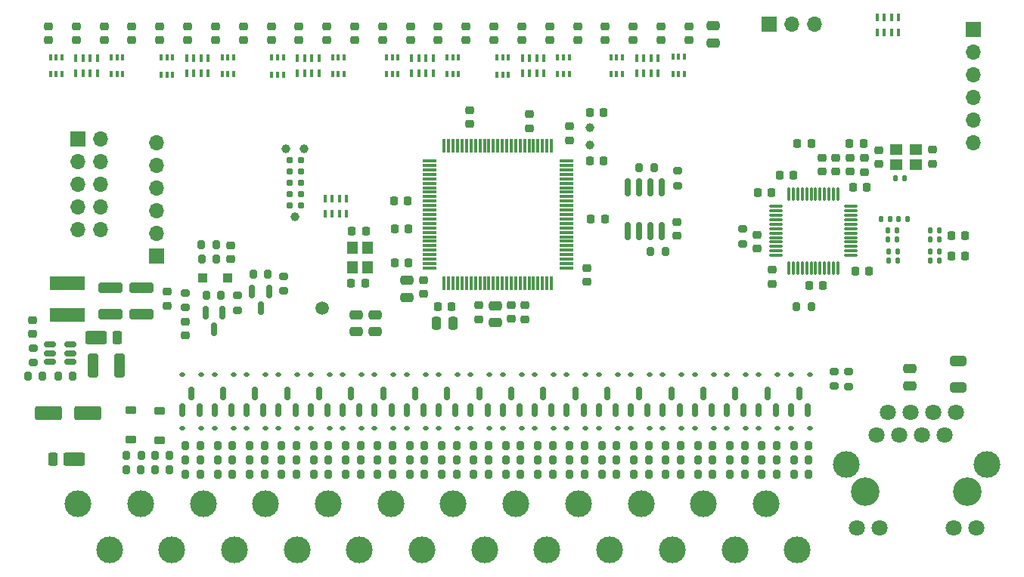
<source format=gbr>
%TF.GenerationSoftware,KiCad,Pcbnew,7.0.6-rc1-28-g32930319ea*%
%TF.CreationDate,2023-06-30T09:32:51+03:00*%
%TF.ProjectId,serial_io_expander,73657269-616c-45f6-996f-5f657870616e,rev?*%
%TF.SameCoordinates,Original*%
%TF.FileFunction,Soldermask,Top*%
%TF.FilePolarity,Negative*%
%FSLAX46Y46*%
G04 Gerber Fmt 4.6, Leading zero omitted, Abs format (unit mm)*
G04 Created by KiCad (PCBNEW 7.0.6-rc1-28-g32930319ea) date 2023-06-30 09:32:51*
%MOMM*%
%LPD*%
G01*
G04 APERTURE LIST*
G04 Aperture macros list*
%AMRoundRect*
0 Rectangle with rounded corners*
0 $1 Rounding radius*
0 $2 $3 $4 $5 $6 $7 $8 $9 X,Y pos of 4 corners*
0 Add a 4 corners polygon primitive as box body*
4,1,4,$2,$3,$4,$5,$6,$7,$8,$9,$2,$3,0*
0 Add four circle primitives for the rounded corners*
1,1,$1+$1,$2,$3*
1,1,$1+$1,$4,$5*
1,1,$1+$1,$6,$7*
1,1,$1+$1,$8,$9*
0 Add four rect primitives between the rounded corners*
20,1,$1+$1,$2,$3,$4,$5,0*
20,1,$1+$1,$4,$5,$6,$7,0*
20,1,$1+$1,$6,$7,$8,$9,0*
20,1,$1+$1,$8,$9,$2,$3,0*%
G04 Aperture macros list end*
%ADD10RoundRect,0.200000X-0.275000X0.200000X-0.275000X-0.200000X0.275000X-0.200000X0.275000X0.200000X0*%
%ADD11RoundRect,0.200000X0.200000X0.275000X-0.200000X0.275000X-0.200000X-0.275000X0.200000X-0.275000X0*%
%ADD12RoundRect,0.218750X0.256250X-0.218750X0.256250X0.218750X-0.256250X0.218750X-0.256250X-0.218750X0*%
%ADD13R,1.400000X1.200000*%
%ADD14RoundRect,0.135000X-0.135000X-0.185000X0.135000X-0.185000X0.135000X0.185000X-0.135000X0.185000X0*%
%ADD15RoundRect,0.225000X0.225000X0.250000X-0.225000X0.250000X-0.225000X-0.250000X0.225000X-0.250000X0*%
%ADD16RoundRect,0.112500X-0.187500X-0.112500X0.187500X-0.112500X0.187500X0.112500X-0.187500X0.112500X0*%
%ADD17RoundRect,0.150000X-0.150000X0.825000X-0.150000X-0.825000X0.150000X-0.825000X0.150000X0.825000X0*%
%ADD18RoundRect,0.225000X0.250000X-0.225000X0.250000X0.225000X-0.250000X0.225000X-0.250000X-0.225000X0*%
%ADD19R,0.400000X0.650000*%
%ADD20RoundRect,0.150000X0.150000X-0.587500X0.150000X0.587500X-0.150000X0.587500X-0.150000X-0.587500X0*%
%ADD21RoundRect,0.225000X-0.225000X-0.250000X0.225000X-0.250000X0.225000X0.250000X-0.225000X0.250000X0*%
%ADD22RoundRect,0.200000X-0.200000X-0.275000X0.200000X-0.275000X0.200000X0.275000X-0.200000X0.275000X0*%
%ADD23RoundRect,0.250000X0.650000X-0.325000X0.650000X0.325000X-0.650000X0.325000X-0.650000X-0.325000X0*%
%ADD24C,3.200000*%
%ADD25C,1.800000*%
%ADD26C,3.000000*%
%ADD27RoundRect,0.135000X0.135000X0.185000X-0.135000X0.185000X-0.135000X-0.185000X0.135000X-0.185000X0*%
%ADD28RoundRect,0.225000X0.375000X-0.225000X0.375000X0.225000X-0.375000X0.225000X-0.375000X-0.225000X0*%
%ADD29R,0.400000X0.900000*%
%ADD30RoundRect,0.250000X-0.475000X0.250000X-0.475000X-0.250000X0.475000X-0.250000X0.475000X0.250000X0*%
%ADD31RoundRect,0.225000X-0.250000X0.225000X-0.250000X-0.225000X0.250000X-0.225000X0.250000X0.225000X0*%
%ADD32RoundRect,0.250000X-0.950000X-0.500000X0.950000X-0.500000X0.950000X0.500000X-0.950000X0.500000X0*%
%ADD33RoundRect,0.250000X-0.275000X-0.500000X0.275000X-0.500000X0.275000X0.500000X-0.275000X0.500000X0*%
%ADD34R,1.700000X1.700000*%
%ADD35O,1.700000X1.700000*%
%ADD36RoundRect,0.250000X0.950000X0.500000X-0.950000X0.500000X-0.950000X-0.500000X0.950000X-0.500000X0*%
%ADD37RoundRect,0.250000X0.275000X0.500000X-0.275000X0.500000X-0.275000X-0.500000X0.275000X-0.500000X0*%
%ADD38RoundRect,0.200000X0.275000X-0.200000X0.275000X0.200000X-0.275000X0.200000X-0.275000X-0.200000X0*%
%ADD39RoundRect,0.250000X-1.100000X0.325000X-1.100000X-0.325000X1.100000X-0.325000X1.100000X0.325000X0*%
%ADD40RoundRect,0.218750X0.218750X0.256250X-0.218750X0.256250X-0.218750X-0.256250X0.218750X-0.256250X0*%
%ADD41RoundRect,0.250000X-0.300000X-0.300000X0.300000X-0.300000X0.300000X0.300000X-0.300000X0.300000X0*%
%ADD42RoundRect,0.250000X0.475000X-0.250000X0.475000X0.250000X-0.475000X0.250000X-0.475000X-0.250000X0*%
%ADD43RoundRect,0.250000X1.250000X0.550000X-1.250000X0.550000X-1.250000X-0.550000X1.250000X-0.550000X0*%
%ADD44RoundRect,0.150000X-0.150000X0.587500X-0.150000X-0.587500X0.150000X-0.587500X0.150000X0.587500X0*%
%ADD45R,1.200000X1.400000*%
%ADD46C,1.500000*%
%ADD47RoundRect,0.250000X-0.325000X-1.100000X0.325000X-1.100000X0.325000X1.100000X-0.325000X1.100000X0*%
%ADD48RoundRect,0.075000X0.075000X-0.725000X0.075000X0.725000X-0.075000X0.725000X-0.075000X-0.725000X0*%
%ADD49RoundRect,0.075000X0.725000X-0.075000X0.725000X0.075000X-0.725000X0.075000X-0.725000X-0.075000X0*%
%ADD50R,4.000000X1.500000*%
%ADD51C,0.990600*%
%ADD52C,0.787400*%
%ADD53C,1.000000*%
%ADD54RoundRect,0.075000X0.662500X0.075000X-0.662500X0.075000X-0.662500X-0.075000X0.662500X-0.075000X0*%
%ADD55RoundRect,0.075000X0.075000X0.662500X-0.075000X0.662500X-0.075000X-0.662500X0.075000X-0.662500X0*%
%ADD56RoundRect,0.250000X-0.250000X-0.475000X0.250000X-0.475000X0.250000X0.475000X-0.250000X0.475000X0*%
%ADD57RoundRect,0.150000X-0.512500X-0.150000X0.512500X-0.150000X0.512500X0.150000X-0.512500X0.150000X0*%
G04 APERTURE END LIST*
D10*
%TO.C,R5*%
X140390000Y-90825000D03*
X140390000Y-92475000D03*
%TD*%
D11*
%TO.C,R58*%
X155100000Y-123200000D03*
X153450000Y-123200000D03*
%TD*%
D12*
%TO.C,D65*%
X122980736Y-76175000D03*
X122980736Y-74600000D03*
%TD*%
D13*
%TO.C,Y3*%
X167076250Y-88408750D03*
X164876250Y-88408750D03*
X164876250Y-90108750D03*
X167076250Y-90108750D03*
%TD*%
D11*
%TO.C,R61*%
X137178940Y-123200000D03*
X135528940Y-123200000D03*
%TD*%
D14*
%TO.C,R79*%
X164841250Y-91608750D03*
X165861250Y-91608750D03*
%TD*%
D15*
%TO.C,C16*%
X110305000Y-97340000D03*
X108755000Y-97340000D03*
%TD*%
D11*
%TO.C,R34*%
X151515780Y-123200000D03*
X149865780Y-123200000D03*
%TD*%
D16*
%TO.C,D43*%
X145936570Y-119700000D03*
X148036570Y-119700000D03*
%TD*%
D17*
%TO.C,U3*%
X138660000Y-92625000D03*
X137390000Y-92625000D03*
X136120000Y-92625000D03*
X134850000Y-92625000D03*
X134850000Y-97575000D03*
X136120000Y-97575000D03*
X137390000Y-97575000D03*
X138660000Y-97575000D03*
%TD*%
D18*
%TO.C,C8*%
X68200000Y-109075000D03*
X68200000Y-107525000D03*
%TD*%
D19*
%TO.C,Q25*%
X89425000Y-79950000D03*
X90075000Y-79950000D03*
X90725000Y-79950000D03*
X90725000Y-78050000D03*
X90075000Y-78050000D03*
X89425000Y-78050000D03*
%TD*%
D20*
%TO.C,Q7*%
X99341840Y-117639500D03*
X101241840Y-117639500D03*
X100291840Y-115764500D03*
%TD*%
D11*
%TO.C,R43*%
X119257890Y-123200000D03*
X117607890Y-123200000D03*
%TD*%
D21*
%TO.C,C2*%
X130600000Y-89650000D03*
X132150000Y-89650000D03*
%TD*%
D20*
%TO.C,Q1*%
X85005000Y-117639500D03*
X86905000Y-117639500D03*
X85955000Y-115764500D03*
%TD*%
D22*
%TO.C,R75*%
X78710000Y-122705000D03*
X80360000Y-122705000D03*
%TD*%
D23*
%TO.C,C47*%
X171850000Y-115055000D03*
X171850000Y-112105000D03*
%TD*%
D11*
%TO.C,R19*%
X94168420Y-123200000D03*
X92518420Y-123200000D03*
%TD*%
%TO.C,R33*%
X151515780Y-124800000D03*
X149865780Y-124800000D03*
%TD*%
%TO.C,R26*%
X101336840Y-121600000D03*
X99686840Y-121600000D03*
%TD*%
D16*
%TO.C,D31*%
X128015520Y-119700000D03*
X130115520Y-119700000D03*
%TD*%
D24*
%TO.C,J5*%
X161460000Y-126800000D03*
X172890000Y-126800000D03*
D25*
X162730000Y-120450000D03*
X164000000Y-117910000D03*
X165270000Y-120450000D03*
X166540000Y-117910000D03*
X167810000Y-120450000D03*
X169080000Y-117910000D03*
X170350000Y-120450000D03*
D26*
X159325000Y-123750000D03*
D25*
X171620000Y-117910000D03*
D26*
X175025000Y-123750000D03*
D25*
X160500000Y-130860000D03*
X163040000Y-130860000D03*
X171310000Y-130860000D03*
X173850000Y-130860000D03*
%TD*%
D27*
%TO.C,R83*%
X165031250Y-99833750D03*
X164011250Y-99833750D03*
%TD*%
D20*
%TO.C,Q15*%
X124431310Y-117639500D03*
X126331310Y-117639500D03*
X125381310Y-115764500D03*
%TD*%
D27*
%TO.C,R89*%
X169730000Y-97460000D03*
X168710000Y-97460000D03*
%TD*%
D11*
%TO.C,R53*%
X130010520Y-121600000D03*
X128360520Y-121600000D03*
%TD*%
%TO.C,R64*%
X140763150Y-123200000D03*
X139113150Y-123200000D03*
%TD*%
%TO.C,R63*%
X140763150Y-124800000D03*
X139113150Y-124800000D03*
%TD*%
%TO.C,R24*%
X101336840Y-124800000D03*
X99686840Y-124800000D03*
%TD*%
%TO.C,R47*%
X122842100Y-121600000D03*
X121192100Y-121600000D03*
%TD*%
D18*
%TO.C,C19*%
X128300000Y-87375000D03*
X128300000Y-85825000D03*
%TD*%
D15*
%TO.C,C37*%
X156726250Y-103658750D03*
X155176250Y-103658750D03*
%TD*%
D28*
%TO.C,D44*%
X82445000Y-121027500D03*
X82445000Y-117727500D03*
%TD*%
D27*
%TO.C,R87*%
X169730000Y-99820000D03*
X168710000Y-99820000D03*
%TD*%
D29*
%TO.C,RN4*%
X113058240Y-78175000D03*
X112258240Y-78175000D03*
X111458240Y-78175000D03*
X110658240Y-78175000D03*
X110658240Y-79875000D03*
X111458240Y-79875000D03*
X112258240Y-79875000D03*
X113058240Y-79875000D03*
%TD*%
D16*
%TO.C,D42*%
X145936570Y-113650000D03*
X148036570Y-113650000D03*
%TD*%
D20*
%TO.C,Q22*%
X145936570Y-117639500D03*
X147836570Y-117639500D03*
X146886570Y-115764500D03*
%TD*%
D11*
%TO.C,R29*%
X104921050Y-121600000D03*
X103271050Y-121600000D03*
%TD*%
%TO.C,R6*%
X139065000Y-99850000D03*
X137415000Y-99850000D03*
%TD*%
D16*
%TO.C,D9*%
X92173420Y-119700000D03*
X94273420Y-119700000D03*
%TD*%
D19*
%TO.C,Q23*%
X139900000Y-79925000D03*
X140550000Y-79925000D03*
X141200000Y-79925000D03*
X141200000Y-78025000D03*
X140550000Y-78025000D03*
X139900000Y-78025000D03*
%TD*%
D11*
%TO.C,R49*%
X126426310Y-123200000D03*
X124776310Y-123200000D03*
%TD*%
D16*
%TO.C,D16*%
X106510260Y-113650000D03*
X108610260Y-113650000D03*
%TD*%
D12*
%TO.C,D63*%
X101159524Y-76175000D03*
X101159524Y-74600000D03*
%TD*%
%TO.C,D54*%
X110511472Y-76175000D03*
X110511472Y-74600000D03*
%TD*%
D30*
%TO.C,C18*%
X104445000Y-106950000D03*
X104445000Y-108850000D03*
%TD*%
D31*
%TO.C,C38*%
X149330000Y-97985000D03*
X149330000Y-99535000D03*
%TD*%
D27*
%TO.C,R90*%
X169730000Y-98490000D03*
X168710000Y-98490000D03*
%TD*%
D22*
%TO.C,R74*%
X81910000Y-122730000D03*
X83560000Y-122730000D03*
%TD*%
D11*
%TO.C,R25*%
X101336840Y-123200000D03*
X99686840Y-123200000D03*
%TD*%
%TO.C,R35*%
X151515780Y-121600000D03*
X149865780Y-121600000D03*
%TD*%
D20*
%TO.C,Q13*%
X117262890Y-117639500D03*
X119162890Y-117639500D03*
X118212890Y-115764500D03*
%TD*%
D16*
%TO.C,D36*%
X135183940Y-113650000D03*
X137283940Y-113650000D03*
%TD*%
D32*
%TO.C,D1*%
X72870000Y-123120000D03*
D33*
X70495000Y-123120000D03*
%TD*%
D11*
%TO.C,R69*%
X147931570Y-124800000D03*
X146281570Y-124800000D03*
%TD*%
D34*
%TO.C,J4*%
X82100000Y-100360000D03*
D35*
X82100000Y-97820000D03*
X82100000Y-95280000D03*
X82100000Y-92740000D03*
X82100000Y-90200000D03*
X82100000Y-87660000D03*
%TD*%
D11*
%TO.C,R20*%
X94168420Y-121600000D03*
X92518420Y-121600000D03*
%TD*%
D30*
%TO.C,C28*%
X110100000Y-103100000D03*
X110100000Y-105000000D03*
%TD*%
D20*
%TO.C,Q18*%
X153105000Y-117639500D03*
X155005000Y-117639500D03*
X154055000Y-115764500D03*
%TD*%
D36*
%TO.C,D46*%
X75350000Y-109500000D03*
D37*
X77725000Y-109500000D03*
%TD*%
D16*
%TO.C,D11*%
X95757630Y-119700000D03*
X97857630Y-119700000D03*
%TD*%
D29*
%TO.C,RN8*%
X75467072Y-78175000D03*
X74667072Y-78175000D03*
X73867072Y-78175000D03*
X73067072Y-78175000D03*
X73067072Y-79875000D03*
X73867072Y-79875000D03*
X74667072Y-79875000D03*
X75467072Y-79875000D03*
%TD*%
D11*
%TO.C,R50*%
X126426310Y-121600000D03*
X124776310Y-121600000D03*
%TD*%
%TO.C,R71*%
X147931570Y-121600000D03*
X146281570Y-121600000D03*
%TD*%
D38*
%TO.C,R4*%
X147710000Y-98995000D03*
X147710000Y-97345000D03*
%TD*%
D11*
%TO.C,R67*%
X144347360Y-123200000D03*
X142697360Y-123200000D03*
%TD*%
%TO.C,R32*%
X108505260Y-121600000D03*
X106855260Y-121600000D03*
%TD*%
D12*
%TO.C,D60*%
X104276840Y-76175000D03*
X104276840Y-74600000D03*
%TD*%
D16*
%TO.C,D15*%
X102926050Y-119700000D03*
X105026050Y-119700000D03*
%TD*%
D29*
%TO.C,RN2*%
X103375000Y-93925000D03*
X102575000Y-93925000D03*
X101775000Y-93925000D03*
X100975000Y-93925000D03*
X100975000Y-95625000D03*
X101775000Y-95625000D03*
X102575000Y-95625000D03*
X103375000Y-95625000D03*
%TD*%
D11*
%TO.C,R8*%
X87000000Y-124800000D03*
X85350000Y-124800000D03*
%TD*%
D19*
%TO.C,Q28*%
X82600000Y-80025000D03*
X83250000Y-80025000D03*
X83900000Y-80025000D03*
X83900000Y-78125000D03*
X83250000Y-78125000D03*
X82600000Y-78125000D03*
%TD*%
D11*
%TO.C,R30*%
X108505260Y-124800000D03*
X106855260Y-124800000D03*
%TD*%
D38*
%TO.C,R3*%
X85300000Y-106125000D03*
X85300000Y-104475000D03*
%TD*%
D11*
%TO.C,R55*%
X133594730Y-123200000D03*
X131944730Y-123200000D03*
%TD*%
D20*
%TO.C,Q10*%
X149520780Y-117639500D03*
X151420780Y-117639500D03*
X150470780Y-115764500D03*
%TD*%
%TO.C,Q8*%
X102926050Y-117639500D03*
X104826050Y-117639500D03*
X103876050Y-115764500D03*
%TD*%
D22*
%TO.C,R1*%
X87150000Y-100675000D03*
X88800000Y-100675000D03*
%TD*%
D39*
%TO.C,C9*%
X80400000Y-103925000D03*
X80400000Y-106875000D03*
%TD*%
D31*
%TO.C,C11*%
X83240000Y-104375000D03*
X83240000Y-105925000D03*
%TD*%
D11*
%TO.C,R16*%
X90584210Y-123200000D03*
X88934210Y-123200000D03*
%TD*%
D16*
%TO.C,D35*%
X153105000Y-119700000D03*
X155205000Y-119700000D03*
%TD*%
%TO.C,D24*%
X117262890Y-113650000D03*
X119362890Y-113650000D03*
%TD*%
%TO.C,D6*%
X88589210Y-113650000D03*
X90689210Y-113650000D03*
%TD*%
D40*
%TO.C,L4*%
X155397500Y-87730000D03*
X153822500Y-87730000D03*
%TD*%
D27*
%TO.C,R82*%
X166141250Y-96203750D03*
X165121250Y-96203750D03*
%TD*%
D19*
%TO.C,Q26*%
X132950000Y-79975000D03*
X133600000Y-79975000D03*
X134250000Y-79975000D03*
X134250000Y-78075000D03*
X133600000Y-78075000D03*
X132950000Y-78075000D03*
%TD*%
D16*
%TO.C,D33*%
X131599730Y-119700000D03*
X133699730Y-119700000D03*
%TD*%
%TO.C,D12*%
X99341840Y-113650000D03*
X101441840Y-113650000D03*
%TD*%
%TO.C,D10*%
X95757630Y-113650000D03*
X97857630Y-113650000D03*
%TD*%
%TO.C,D39*%
X138768150Y-119700000D03*
X140868150Y-119700000D03*
%TD*%
%TO.C,D26*%
X120847100Y-113650000D03*
X122947100Y-113650000D03*
%TD*%
D12*
%TO.C,D52*%
X88690260Y-76175000D03*
X88690260Y-74600000D03*
%TD*%
D11*
%TO.C,R56*%
X133594730Y-121600000D03*
X131944730Y-121600000D03*
%TD*%
D20*
%TO.C,Q17*%
X131599730Y-117639500D03*
X133499730Y-117639500D03*
X132549730Y-115764500D03*
%TD*%
D11*
%TO.C,R57*%
X155100000Y-124800000D03*
X153450000Y-124800000D03*
%TD*%
D16*
%TO.C,D18*%
X149520780Y-113650000D03*
X151620780Y-113650000D03*
%TD*%
D12*
%TO.C,D55*%
X85572944Y-76175000D03*
X85572944Y-74600000D03*
%TD*%
D20*
%TO.C,Q11*%
X110094470Y-117639500D03*
X111994470Y-117639500D03*
X111044470Y-115764500D03*
%TD*%
D19*
%TO.C,Q24*%
X114600000Y-79950000D03*
X115250000Y-79950000D03*
X115900000Y-79950000D03*
X115900000Y-78050000D03*
X115250000Y-78050000D03*
X114600000Y-78050000D03*
%TD*%
D11*
%TO.C,R38*%
X112089470Y-121600000D03*
X110439470Y-121600000D03*
%TD*%
D19*
%TO.C,Q30*%
X101800000Y-79950000D03*
X102450000Y-79950000D03*
X103100000Y-79950000D03*
X103100000Y-78050000D03*
X102450000Y-78050000D03*
X101800000Y-78050000D03*
%TD*%
D18*
%TO.C,C35*%
X159701250Y-90908750D03*
X159701250Y-89358750D03*
%TD*%
D27*
%TO.C,R84*%
X165041250Y-100873750D03*
X164021250Y-100873750D03*
%TD*%
D12*
%TO.C,D70*%
X69986364Y-76175000D03*
X69986364Y-74600000D03*
%TD*%
D41*
%TO.C,D5*%
X87250000Y-102775000D03*
X90050000Y-102775000D03*
%TD*%
D42*
%TO.C,C46*%
X166440000Y-114910000D03*
X166440000Y-113010000D03*
%TD*%
D27*
%TO.C,R81*%
X164191250Y-96203750D03*
X163171250Y-96203750D03*
%TD*%
D43*
%TO.C,C6*%
X74400000Y-118000000D03*
X70000000Y-118000000D03*
%TD*%
D21*
%TO.C,C45*%
X171045000Y-98090000D03*
X172595000Y-98090000D03*
%TD*%
D26*
%TO.C,J1*%
X153825000Y-133300000D03*
X150325000Y-128100000D03*
X146825000Y-133300000D03*
X143325000Y-128100000D03*
X139825000Y-133300000D03*
X136325000Y-128100000D03*
X132825000Y-133300000D03*
X129325000Y-128100000D03*
X125825000Y-133300000D03*
X122325000Y-128100000D03*
X118825000Y-133300000D03*
X115325000Y-128100000D03*
X111825000Y-133300000D03*
X108325000Y-128100000D03*
X104825000Y-133300000D03*
X101325000Y-128100000D03*
X97825000Y-133300000D03*
X94325000Y-128100000D03*
X90825000Y-133300000D03*
X87325000Y-128100000D03*
X83825000Y-133300000D03*
X80325000Y-128100000D03*
X76825000Y-133300000D03*
X73325000Y-128100000D03*
%TD*%
D28*
%TO.C,D45*%
X79175000Y-120920000D03*
X79175000Y-117620000D03*
%TD*%
D11*
%TO.C,R54*%
X133594730Y-124800000D03*
X131944730Y-124800000D03*
%TD*%
D20*
%TO.C,Q16*%
X128015520Y-117639500D03*
X129915520Y-117639500D03*
X128965520Y-115764500D03*
%TD*%
D21*
%TO.C,C40*%
X160081250Y-92678750D03*
X161631250Y-92678750D03*
%TD*%
D11*
%TO.C,R60*%
X137178940Y-124800000D03*
X135528940Y-124800000D03*
%TD*%
D44*
%TO.C,Q2*%
X94700000Y-104300000D03*
X92800000Y-104300000D03*
X93750000Y-106175000D03*
%TD*%
D12*
%TO.C,D51*%
X113628788Y-76175000D03*
X113628788Y-74600000D03*
%TD*%
D11*
%TO.C,R15*%
X90584210Y-124800000D03*
X88934210Y-124800000D03*
%TD*%
D30*
%TO.C,C14*%
X106525000Y-106950000D03*
X106525000Y-108850000D03*
%TD*%
D22*
%TO.C,R76*%
X71075000Y-113800000D03*
X72725000Y-113800000D03*
%TD*%
D12*
%TO.C,D59*%
X129215368Y-76175000D03*
X129215368Y-74600000D03*
%TD*%
D21*
%TO.C,C3*%
X103975000Y-97550000D03*
X105525000Y-97550000D03*
%TD*%
D11*
%TO.C,R72*%
X83535000Y-124330000D03*
X81885000Y-124330000D03*
%TD*%
D12*
%TO.C,D64*%
X76220996Y-76175000D03*
X76220996Y-74600000D03*
%TD*%
D45*
%TO.C,Y2*%
X104050000Y-99400000D03*
X104050000Y-101600000D03*
X105750000Y-101600000D03*
X105750000Y-99400000D03*
%TD*%
D15*
%TO.C,C5*%
X105425000Y-103425000D03*
X103875000Y-103425000D03*
%TD*%
D16*
%TO.C,D8*%
X92173420Y-113650000D03*
X94273420Y-113650000D03*
%TD*%
D29*
%TO.C,RN6*%
X125455296Y-78175000D03*
X124655296Y-78175000D03*
X123855296Y-78175000D03*
X123055296Y-78175000D03*
X123055296Y-79875000D03*
X123855296Y-79875000D03*
X124655296Y-79875000D03*
X125455296Y-79875000D03*
%TD*%
D11*
%TO.C,R77*%
X69350000Y-113850000D03*
X67700000Y-113850000D03*
%TD*%
D12*
%TO.C,D67*%
X73103680Y-76175000D03*
X73103680Y-74600000D03*
%TD*%
D20*
%TO.C,Q5*%
X92173420Y-117639500D03*
X94073420Y-117639500D03*
X93123420Y-115764500D03*
%TD*%
D15*
%TO.C,C34*%
X153425000Y-91270000D03*
X151875000Y-91270000D03*
%TD*%
D20*
%TO.C,Q14*%
X120847100Y-117639500D03*
X122747100Y-117639500D03*
X121797100Y-115764500D03*
%TD*%
D16*
%TO.C,D23*%
X113678680Y-119700000D03*
X115778680Y-119700000D03*
%TD*%
%TO.C,D34*%
X153105000Y-113650000D03*
X155205000Y-113650000D03*
%TD*%
D11*
%TO.C,R70*%
X147931570Y-123200000D03*
X146281570Y-123200000D03*
%TD*%
D27*
%TO.C,R88*%
X169730000Y-100860000D03*
X168710000Y-100860000D03*
%TD*%
D12*
%TO.C,D56*%
X132332684Y-76175000D03*
X132332684Y-74600000D03*
%TD*%
D15*
%TO.C,C24*%
X110245000Y-94210000D03*
X108695000Y-94210000D03*
%TD*%
D11*
%TO.C,R23*%
X97752630Y-121600000D03*
X96102630Y-121600000D03*
%TD*%
D18*
%TO.C,C39*%
X158131250Y-90908750D03*
X158131250Y-89358750D03*
%TD*%
D11*
%TO.C,R17*%
X90584210Y-121600000D03*
X88934210Y-121600000D03*
%TD*%
D12*
%TO.C,D57*%
X107394156Y-76175000D03*
X107394156Y-74600000D03*
%TD*%
%TO.C,D58*%
X82455628Y-76175000D03*
X82455628Y-74600000D03*
%TD*%
D11*
%TO.C,R52*%
X130010520Y-123200000D03*
X128360520Y-123200000D03*
%TD*%
%TO.C,R48*%
X126426310Y-124800000D03*
X124776310Y-124800000D03*
%TD*%
D46*
%TO.C,TP2*%
X100630000Y-106160000D03*
%TD*%
D11*
%TO.C,R2*%
X88750000Y-99075000D03*
X87100000Y-99075000D03*
%TD*%
%TO.C,R65*%
X140763150Y-121600000D03*
X139113150Y-121600000D03*
%TD*%
D44*
%TO.C,Q3*%
X89500000Y-106700000D03*
X87600000Y-106700000D03*
X88550000Y-108575000D03*
%TD*%
D27*
%TO.C,R85*%
X165011250Y-97473750D03*
X163991250Y-97473750D03*
%TD*%
D12*
%TO.C,D50*%
X138567316Y-76175000D03*
X138567316Y-74600000D03*
%TD*%
D11*
%TO.C,R68*%
X144347360Y-121600000D03*
X142697360Y-121600000D03*
%TD*%
%TO.C,R40*%
X115673680Y-123200000D03*
X114023680Y-123200000D03*
%TD*%
%TO.C,R18*%
X94168420Y-124800000D03*
X92518420Y-124800000D03*
%TD*%
D21*
%TO.C,C44*%
X171045000Y-100390000D03*
X172595000Y-100390000D03*
%TD*%
D20*
%TO.C,Q19*%
X135183940Y-117639500D03*
X137083940Y-117639500D03*
X136133940Y-115764500D03*
%TD*%
D47*
%TO.C,C7*%
X75025000Y-112600000D03*
X77975000Y-112600000D03*
%TD*%
D16*
%TO.C,D40*%
X142352360Y-113650000D03*
X144452360Y-113650000D03*
%TD*%
D12*
%TO.C,D48*%
X116746104Y-76175000D03*
X116746104Y-74600000D03*
%TD*%
D18*
%TO.C,C27*%
X123800000Y-86025000D03*
X123800000Y-84475000D03*
%TD*%
D12*
%TO.C,D69*%
X94924892Y-76175000D03*
X94924892Y-74600000D03*
%TD*%
D18*
%TO.C,C41*%
X156561250Y-90908750D03*
X156561250Y-89358750D03*
%TD*%
D11*
%TO.C,R37*%
X112089470Y-123200000D03*
X110439470Y-123200000D03*
%TD*%
D12*
%TO.C,D2*%
X85300000Y-109287500D03*
X85300000Y-107712500D03*
%TD*%
D16*
%TO.C,D7*%
X88589210Y-119700000D03*
X90689210Y-119700000D03*
%TD*%
D11*
%TO.C,R66*%
X144347360Y-124800000D03*
X142697360Y-124800000D03*
%TD*%
D30*
%TO.C,C26*%
X120000000Y-105910000D03*
X120000000Y-107810000D03*
%TD*%
D11*
%TO.C,R9*%
X87000000Y-123200000D03*
X85350000Y-123200000D03*
%TD*%
D20*
%TO.C,Q6*%
X95757630Y-117639500D03*
X97657630Y-117639500D03*
X96707630Y-115764500D03*
%TD*%
D11*
%TO.C,R59*%
X155100000Y-121600000D03*
X153450000Y-121600000D03*
%TD*%
D19*
%TO.C,Q27*%
X107825000Y-79975000D03*
X108475000Y-79975000D03*
X109125000Y-79975000D03*
X109125000Y-78075000D03*
X108475000Y-78075000D03*
X107825000Y-78075000D03*
%TD*%
D20*
%TO.C,Q9*%
X106510260Y-117639500D03*
X108410260Y-117639500D03*
X107460260Y-115764500D03*
%TD*%
D15*
%TO.C,C32*%
X161226250Y-87708750D03*
X159676250Y-87708750D03*
%TD*%
D11*
%TO.C,R39*%
X115673680Y-124800000D03*
X114023680Y-124800000D03*
%TD*%
D16*
%TO.C,D32*%
X131599730Y-113650000D03*
X133699730Y-113650000D03*
%TD*%
%TO.C,D20*%
X110094470Y-113650000D03*
X112194470Y-113650000D03*
%TD*%
D31*
%TO.C,C25*%
X112000000Y-103075000D03*
X112000000Y-104625000D03*
%TD*%
D12*
%TO.C,L2*%
X123360000Y-107447500D03*
X123360000Y-105872500D03*
%TD*%
D18*
%TO.C,C1*%
X90360000Y-100685000D03*
X90360000Y-99135000D03*
%TD*%
D48*
%TO.C,U1*%
X114300000Y-103375000D03*
X114800000Y-103375000D03*
X115300000Y-103375000D03*
X115800000Y-103375000D03*
X116300000Y-103375000D03*
X116800000Y-103375000D03*
X117300000Y-103375000D03*
X117800000Y-103375000D03*
X118300000Y-103375000D03*
X118800000Y-103375000D03*
X119300000Y-103375000D03*
X119800000Y-103375000D03*
X120300000Y-103375000D03*
X120800000Y-103375000D03*
X121300000Y-103375000D03*
X121800000Y-103375000D03*
X122300000Y-103375000D03*
X122800000Y-103375000D03*
X123300000Y-103375000D03*
X123800000Y-103375000D03*
X124300000Y-103375000D03*
X124800000Y-103375000D03*
X125300000Y-103375000D03*
X125800000Y-103375000D03*
X126300000Y-103375000D03*
D49*
X127975000Y-101700000D03*
X127975000Y-101200000D03*
X127975000Y-100700000D03*
X127975000Y-100200000D03*
X127975000Y-99700000D03*
X127975000Y-99200000D03*
X127975000Y-98700000D03*
X127975000Y-98200000D03*
X127975000Y-97700000D03*
X127975000Y-97200000D03*
X127975000Y-96700000D03*
X127975000Y-96200000D03*
X127975000Y-95700000D03*
X127975000Y-95200000D03*
X127975000Y-94700000D03*
X127975000Y-94200000D03*
X127975000Y-93700000D03*
X127975000Y-93200000D03*
X127975000Y-92700000D03*
X127975000Y-92200000D03*
X127975000Y-91700000D03*
X127975000Y-91200000D03*
X127975000Y-90700000D03*
X127975000Y-90200000D03*
X127975000Y-89700000D03*
D48*
X126300000Y-88025000D03*
X125800000Y-88025000D03*
X125300000Y-88025000D03*
X124800000Y-88025000D03*
X124300000Y-88025000D03*
X123800000Y-88025000D03*
X123300000Y-88025000D03*
X122800000Y-88025000D03*
X122300000Y-88025000D03*
X121800000Y-88025000D03*
X121300000Y-88025000D03*
X120800000Y-88025000D03*
X120300000Y-88025000D03*
X119800000Y-88025000D03*
X119300000Y-88025000D03*
X118800000Y-88025000D03*
X118300000Y-88025000D03*
X117800000Y-88025000D03*
X117300000Y-88025000D03*
X116800000Y-88025000D03*
X116300000Y-88025000D03*
X115800000Y-88025000D03*
X115300000Y-88025000D03*
X114800000Y-88025000D03*
X114300000Y-88025000D03*
D49*
X112625000Y-89700000D03*
X112625000Y-90200000D03*
X112625000Y-90700000D03*
X112625000Y-91200000D03*
X112625000Y-91700000D03*
X112625000Y-92200000D03*
X112625000Y-92700000D03*
X112625000Y-93200000D03*
X112625000Y-93700000D03*
X112625000Y-94200000D03*
X112625000Y-94700000D03*
X112625000Y-95200000D03*
X112625000Y-95700000D03*
X112625000Y-96200000D03*
X112625000Y-96700000D03*
X112625000Y-97200000D03*
X112625000Y-97700000D03*
X112625000Y-98200000D03*
X112625000Y-98700000D03*
X112625000Y-99200000D03*
X112625000Y-99700000D03*
X112625000Y-100200000D03*
X112625000Y-100700000D03*
X112625000Y-101200000D03*
X112625000Y-101700000D03*
%TD*%
D30*
%TO.C,C13*%
X144425000Y-74575000D03*
X144425000Y-76475000D03*
%TD*%
D19*
%TO.C,Q32*%
X120200000Y-80000000D03*
X120850000Y-80000000D03*
X121500000Y-80000000D03*
X121500000Y-78100000D03*
X120850000Y-78100000D03*
X120200000Y-78100000D03*
%TD*%
D18*
%TO.C,C17*%
X117175000Y-85575000D03*
X117175000Y-84025000D03*
%TD*%
D34*
%TO.C,J6*%
X73285000Y-87270000D03*
D35*
X75825000Y-87270000D03*
X73285000Y-89810000D03*
X75825000Y-89810000D03*
X73285000Y-92350000D03*
X75825000Y-92350000D03*
X73285000Y-94890000D03*
X75825000Y-94890000D03*
X73285000Y-97430000D03*
X75825000Y-97430000D03*
%TD*%
D11*
%TO.C,R22*%
X97752630Y-123200000D03*
X96102630Y-123200000D03*
%TD*%
%TO.C,R62*%
X137178940Y-121600000D03*
X135528940Y-121600000D03*
%TD*%
D16*
%TO.C,D38*%
X138768150Y-113650000D03*
X140868150Y-113650000D03*
%TD*%
D15*
%TO.C,C15*%
X110300000Y-101125000D03*
X108750000Y-101125000D03*
%TD*%
D22*
%TO.C,R12*%
X92900000Y-102400000D03*
X94550000Y-102400000D03*
%TD*%
D12*
%TO.C,D61*%
X79338312Y-76175000D03*
X79338312Y-74600000D03*
%TD*%
%TO.C,D66*%
X98042208Y-76175000D03*
X98042208Y-74600000D03*
%TD*%
D29*
%TO.C,RN5*%
X87864128Y-78175000D03*
X87064128Y-78175000D03*
X86264128Y-78175000D03*
X85464128Y-78175000D03*
X85464128Y-79875000D03*
X86264128Y-79875000D03*
X87064128Y-79875000D03*
X87864128Y-79875000D03*
%TD*%
D10*
%TO.C,R91*%
X159550000Y-113350000D03*
X159550000Y-115000000D03*
%TD*%
D15*
%TO.C,C43*%
X150966250Y-93273750D03*
X149416250Y-93273750D03*
%TD*%
D31*
%TO.C,C30*%
X121790000Y-105875000D03*
X121790000Y-107425000D03*
%TD*%
D16*
%TO.C,D19*%
X149520780Y-119700000D03*
X151620780Y-119700000D03*
%TD*%
D38*
%TO.C,R11*%
X96310000Y-104285000D03*
X96310000Y-102635000D03*
%TD*%
D11*
%TO.C,R7*%
X137790000Y-90450000D03*
X136140000Y-90450000D03*
%TD*%
D16*
%TO.C,D25*%
X117262890Y-119700000D03*
X119362890Y-119700000D03*
%TD*%
D29*
%TO.C,RN7*%
X100261184Y-78175000D03*
X99461184Y-78175000D03*
X98661184Y-78175000D03*
X97861184Y-78175000D03*
X97861184Y-79875000D03*
X98661184Y-79875000D03*
X99461184Y-79875000D03*
X100261184Y-79875000D03*
%TD*%
D11*
%TO.C,R41*%
X115673680Y-121600000D03*
X114023680Y-121600000D03*
%TD*%
D12*
%TO.C,D47*%
X141684633Y-76175000D03*
X141684633Y-74600000D03*
%TD*%
D50*
%TO.C,L1*%
X72100000Y-107000000D03*
X72100000Y-103400000D03*
%TD*%
D11*
%TO.C,R27*%
X104921050Y-124800000D03*
X103271050Y-124800000D03*
%TD*%
D27*
%TO.C,R86*%
X165011250Y-98503750D03*
X163991250Y-98503750D03*
%TD*%
D20*
%TO.C,Q12*%
X113678680Y-117639500D03*
X115578680Y-117639500D03*
X114628680Y-115764500D03*
%TD*%
D11*
%TO.C,R28*%
X104921050Y-123200000D03*
X103271050Y-123200000D03*
%TD*%
D51*
%TO.C,J7*%
X97610000Y-95960000D03*
X96594000Y-88340000D03*
X98626000Y-88340000D03*
D52*
X98245000Y-94690000D03*
X98245000Y-93420000D03*
X98245000Y-92150000D03*
X98245000Y-90880000D03*
X98245000Y-89610000D03*
X96975000Y-89610000D03*
X96975000Y-90880000D03*
X96975000Y-92150000D03*
X96975000Y-93420000D03*
X96975000Y-94690000D03*
%TD*%
D39*
%TO.C,C10*%
X76900000Y-103925000D03*
X76900000Y-106875000D03*
%TD*%
D53*
%TO.C,Y1*%
X130650000Y-87900000D03*
X130650000Y-86000000D03*
%TD*%
D16*
%TO.C,D41*%
X142352360Y-119700000D03*
X144452360Y-119700000D03*
%TD*%
D19*
%TO.C,Q33*%
X95000000Y-80000000D03*
X95650000Y-80000000D03*
X96300000Y-80000000D03*
X96300000Y-78100000D03*
X95650000Y-78100000D03*
X95000000Y-78100000D03*
%TD*%
D16*
%TO.C,D13*%
X99341840Y-119700000D03*
X101441840Y-119700000D03*
%TD*%
D20*
%TO.C,Q21*%
X142352360Y-117639500D03*
X144252360Y-117639500D03*
X143302360Y-115764500D03*
%TD*%
D11*
%TO.C,R46*%
X122842100Y-123200000D03*
X121192100Y-123200000D03*
%TD*%
D12*
%TO.C,D62*%
X126098052Y-76175000D03*
X126098052Y-74600000D03*
%TD*%
%TO.C,D53*%
X135450000Y-76175000D03*
X135450000Y-74600000D03*
%TD*%
D16*
%TO.C,D3*%
X85005000Y-113650000D03*
X87105000Y-113650000D03*
%TD*%
D19*
%TO.C,Q31*%
X77025000Y-79975000D03*
X77675000Y-79975000D03*
X78325000Y-79975000D03*
X78325000Y-78075000D03*
X77675000Y-78075000D03*
X77025000Y-78075000D03*
%TD*%
D12*
%TO.C,D49*%
X91807576Y-76175000D03*
X91807576Y-74600000D03*
%TD*%
D16*
%TO.C,D17*%
X106510260Y-119700000D03*
X108610260Y-119700000D03*
%TD*%
D12*
%TO.C,L3*%
X161301250Y-90933750D03*
X161301250Y-89358750D03*
%TD*%
D11*
%TO.C,R42*%
X119257890Y-124800000D03*
X117607890Y-124800000D03*
%TD*%
D16*
%TO.C,D29*%
X124431310Y-119700000D03*
X126531310Y-119700000D03*
%TD*%
D54*
%TO.C,U4*%
X159793750Y-100291250D03*
X159793750Y-99791250D03*
X159793750Y-99291250D03*
X159793750Y-98791250D03*
X159793750Y-98291250D03*
X159793750Y-97791250D03*
X159793750Y-97291250D03*
X159793750Y-96791250D03*
X159793750Y-96291250D03*
X159793750Y-95791250D03*
X159793750Y-95291250D03*
X159793750Y-94791250D03*
D55*
X158381250Y-93378750D03*
X157881250Y-93378750D03*
X157381250Y-93378750D03*
X156881250Y-93378750D03*
X156381250Y-93378750D03*
X155881250Y-93378750D03*
X155381250Y-93378750D03*
X154881250Y-93378750D03*
X154381250Y-93378750D03*
X153881250Y-93378750D03*
X153381250Y-93378750D03*
X152881250Y-93378750D03*
D54*
X151468750Y-94791250D03*
X151468750Y-95291250D03*
X151468750Y-95791250D03*
X151468750Y-96291250D03*
X151468750Y-96791250D03*
X151468750Y-97291250D03*
X151468750Y-97791250D03*
X151468750Y-98291250D03*
X151468750Y-98791250D03*
X151468750Y-99291250D03*
X151468750Y-99791250D03*
X151468750Y-100291250D03*
D55*
X152881250Y-101703750D03*
X153381250Y-101703750D03*
X153881250Y-101703750D03*
X154381250Y-101703750D03*
X154881250Y-101703750D03*
X155381250Y-101703750D03*
X155881250Y-101703750D03*
X156381250Y-101703750D03*
X156881250Y-101703750D03*
X157381250Y-101703750D03*
X157881250Y-101703750D03*
X158381250Y-101703750D03*
%TD*%
D11*
%TO.C,R31*%
X108505260Y-123200000D03*
X106855260Y-123200000D03*
%TD*%
%TO.C,R80*%
X155415000Y-106040000D03*
X153765000Y-106040000D03*
%TD*%
%TO.C,R36*%
X112089470Y-124800000D03*
X110439470Y-124800000D03*
%TD*%
D31*
%TO.C,C21*%
X118170000Y-105885000D03*
X118170000Y-107435000D03*
%TD*%
D18*
%TO.C,C36*%
X162976250Y-90033750D03*
X162976250Y-88483750D03*
%TD*%
D11*
%TO.C,R10*%
X87000000Y-121600000D03*
X85350000Y-121600000D03*
%TD*%
%TO.C,R51*%
X130010520Y-124800000D03*
X128360520Y-124800000D03*
%TD*%
D34*
%TO.C,J2*%
X150700000Y-74350000D03*
D35*
X153240000Y-74350000D03*
X155780000Y-74350000D03*
%TD*%
D21*
%TO.C,C23*%
X113575000Y-106050000D03*
X115125000Y-106050000D03*
%TD*%
D56*
%TO.C,C20*%
X113400000Y-107900000D03*
X115300000Y-107900000D03*
%TD*%
D16*
%TO.C,D30*%
X128015520Y-113650000D03*
X130115520Y-113650000D03*
%TD*%
D38*
%TO.C,R14*%
X91150000Y-106425000D03*
X91150000Y-104775000D03*
%TD*%
D10*
%TO.C,R92*%
X157925000Y-113300000D03*
X157925000Y-114950000D03*
%TD*%
%TO.C,R78*%
X68300000Y-110650000D03*
X68300000Y-112300000D03*
%TD*%
D20*
%TO.C,Q20*%
X138768150Y-117639500D03*
X140668150Y-117639500D03*
X139718150Y-115764500D03*
%TD*%
D12*
%TO.C,D68*%
X119863420Y-76175000D03*
X119863420Y-74600000D03*
%TD*%
D11*
%TO.C,R73*%
X80335000Y-124280000D03*
X78685000Y-124280000D03*
%TD*%
D16*
%TO.C,D28*%
X124431310Y-113650000D03*
X126531310Y-113650000D03*
%TD*%
D21*
%TO.C,C4*%
X130625000Y-84250000D03*
X132175000Y-84250000D03*
%TD*%
D19*
%TO.C,Q29*%
X127000000Y-79950000D03*
X127650000Y-79950000D03*
X128300000Y-79950000D03*
X128300000Y-78050000D03*
X127650000Y-78050000D03*
X127000000Y-78050000D03*
%TD*%
%TO.C,Q34*%
X70225000Y-79975000D03*
X70875000Y-79975000D03*
X71525000Y-79975000D03*
X71525000Y-78075000D03*
X70875000Y-78075000D03*
X70225000Y-78075000D03*
%TD*%
D20*
%TO.C,Q4*%
X88589210Y-117639500D03*
X90489210Y-117639500D03*
X89539210Y-115764500D03*
%TD*%
D21*
%TO.C,C29*%
X130725000Y-96200000D03*
X132275000Y-96200000D03*
%TD*%
D31*
%TO.C,C42*%
X151001250Y-101908750D03*
X151001250Y-103458750D03*
%TD*%
D16*
%TO.C,D37*%
X135183940Y-119700000D03*
X137283940Y-119700000D03*
%TD*%
D29*
%TO.C,RN1*%
X162780000Y-75310000D03*
X163580000Y-75310000D03*
X164380000Y-75310000D03*
X165180000Y-75310000D03*
X165180000Y-73610000D03*
X164380000Y-73610000D03*
X163580000Y-73610000D03*
X162780000Y-73610000D03*
%TD*%
D31*
%TO.C,C33*%
X168950000Y-88455000D03*
X168950000Y-90005000D03*
%TD*%
D16*
%TO.C,D4*%
X85005000Y-119700000D03*
X87105000Y-119700000D03*
%TD*%
D18*
%TO.C,C12*%
X140380000Y-98100000D03*
X140380000Y-96550000D03*
%TD*%
D16*
%TO.C,D14*%
X102926050Y-113650000D03*
X105026050Y-113650000D03*
%TD*%
%TO.C,D21*%
X110094470Y-119700000D03*
X112194470Y-119700000D03*
%TD*%
D11*
%TO.C,R13*%
X89300000Y-104800000D03*
X87650000Y-104800000D03*
%TD*%
D34*
%TO.C,J3*%
X173570000Y-74960000D03*
D35*
X173570000Y-77500000D03*
X173570000Y-80040000D03*
X173570000Y-82580000D03*
X173570000Y-85120000D03*
X173570000Y-87660000D03*
%TD*%
D21*
%TO.C,C31*%
X160306250Y-102028750D03*
X161856250Y-102028750D03*
%TD*%
D11*
%TO.C,R44*%
X119257890Y-121600000D03*
X117607890Y-121600000D03*
%TD*%
D31*
%TO.C,C22*%
X130295000Y-101700000D03*
X130295000Y-103250000D03*
%TD*%
D16*
%TO.C,D22*%
X113678680Y-113650000D03*
X115778680Y-113650000D03*
%TD*%
D29*
%TO.C,RN3*%
X138252352Y-78175000D03*
X137452352Y-78175000D03*
X136652352Y-78175000D03*
X135852352Y-78175000D03*
X135852352Y-79875000D03*
X136652352Y-79875000D03*
X137452352Y-79875000D03*
X138252352Y-79875000D03*
%TD*%
D57*
%TO.C,U2*%
X70162500Y-110300000D03*
X70162500Y-111250000D03*
X70162500Y-112200000D03*
X72437500Y-112200000D03*
X72437500Y-111250000D03*
X72437500Y-110300000D03*
%TD*%
D16*
%TO.C,D27*%
X120847100Y-119700000D03*
X122947100Y-119700000D03*
%TD*%
D11*
%TO.C,R21*%
X97752630Y-124800000D03*
X96102630Y-124800000D03*
%TD*%
%TO.C,R45*%
X122842100Y-124800000D03*
X121192100Y-124800000D03*
%TD*%
M02*

</source>
